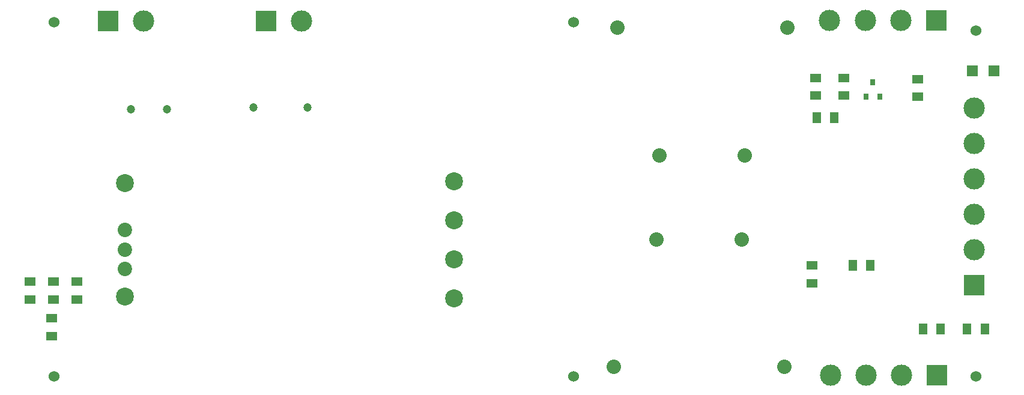
<source format=gbr>
%TF.GenerationSoftware,Altium Limited,Altium Designer,18.0.11 (651)*%
G04 Layer_Color=255*
%FSLAX26Y26*%
%MOIN*%
%TF.FileFunction,Pads,Top*%
%TF.Part,Single*%
G01*
G75*
%TA.AperFunction,SMDPad,CuDef*%
%ADD10R,0.062992X0.062992*%
%ADD11R,0.047244X0.063000*%
%ADD12R,0.047244X0.062992*%
%ADD13R,0.063000X0.047244*%
%ADD14R,0.062992X0.047244*%
%ADD15R,0.031496X0.035433*%
%TA.AperFunction,ComponentPad*%
%ADD25C,0.047244*%
%ADD26C,0.099606*%
%ADD27C,0.079921*%
%ADD28C,0.080000*%
%ADD29C,0.118110*%
%ADD30R,0.118110X0.118110*%
%ADD31R,0.118110X0.118110*%
%TA.AperFunction,WasherPad*%
%ADD32C,0.060000*%
D10*
X8465945Y4145000D02*
D03*
X8584055D02*
D03*
D11*
X8190000Y2710000D02*
D03*
X8288425D02*
D03*
X7898425Y3065000D02*
D03*
X7800000D02*
D03*
X7600000Y3885000D02*
D03*
X7698425D02*
D03*
D12*
X8435787Y2710000D02*
D03*
X8534213D02*
D03*
D13*
X7575000Y3063425D02*
D03*
Y2965000D02*
D03*
X7750000Y4006575D02*
D03*
Y4105000D02*
D03*
X3365000Y2972126D02*
D03*
Y2873701D02*
D03*
X3495000D02*
D03*
Y2972126D02*
D03*
X3235000Y2873701D02*
D03*
Y2972126D02*
D03*
X7595000Y4105000D02*
D03*
Y4006575D02*
D03*
X8160000Y4098425D02*
D03*
Y4000000D02*
D03*
D14*
X3355000Y2769213D02*
D03*
Y2670787D02*
D03*
D15*
X7950000Y4000669D02*
D03*
X7875197D02*
D03*
X7912598Y4079410D02*
D03*
D25*
X3995000Y3930000D02*
D03*
X3795000D02*
D03*
X4475000Y3940000D02*
D03*
X4775000D02*
D03*
D26*
X5587992Y2880197D02*
D03*
Y3096732D02*
D03*
Y3529803D02*
D03*
Y3313268D02*
D03*
X3762008Y3519961D02*
D03*
Y2890039D02*
D03*
D27*
Y3042402D02*
D03*
Y3259331D02*
D03*
Y3150669D02*
D03*
D28*
X6475118Y2500000D02*
D03*
X7420000D02*
D03*
X7183779Y3208661D02*
D03*
X6711339D02*
D03*
X7202110Y3675000D02*
D03*
X6729669D02*
D03*
X6493449Y4383661D02*
D03*
X7438331D02*
D03*
D29*
X7870000Y4425000D02*
D03*
X8066850D02*
D03*
X7673150D02*
D03*
X8475000Y3348150D02*
D03*
Y3151299D02*
D03*
Y3545000D02*
D03*
Y3741850D02*
D03*
Y3938701D02*
D03*
X4741850Y4420000D02*
D03*
X3865000D02*
D03*
X7678150Y2455000D02*
D03*
X8071850D02*
D03*
X7875000D02*
D03*
D30*
X8263701Y4425000D02*
D03*
X4545000Y4420000D02*
D03*
X3668150D02*
D03*
X8268701Y2455000D02*
D03*
D31*
X8475000Y2954449D02*
D03*
D32*
X8484961Y2446850D02*
D03*
X6250709D02*
D03*
X3366850D02*
D03*
X8484961Y4368662D02*
D03*
X6250709Y4415354D02*
D03*
X3366850D02*
D03*
%TF.MD5,27cfa176925abfe9c5fd59d586133f92*%
M02*

</source>
